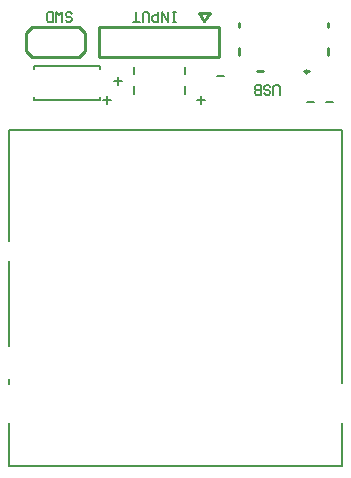
<source format=gto>
G04 Layer_Color=65535*
%FSLAX44Y44*%
%MOMM*%
G71*
G01*
G75*
%ADD25C,0.1800*%
%ADD44C,0.2000*%
%ADD45C,0.1500*%
%ADD46C,0.2540*%
D25*
X239999Y315002D02*
Y321666D01*
X238666Y322999D01*
X236001D01*
X234668Y321666D01*
Y315002D01*
X226670Y316335D02*
X228003Y315002D01*
X230669D01*
X232002Y316335D01*
Y317668D01*
X230669Y319001D01*
X228003D01*
X226670Y320334D01*
Y321666D01*
X228003Y322999D01*
X230669D01*
X232002Y321666D01*
X224004Y315002D02*
Y322999D01*
X220006D01*
X218673Y321666D01*
Y320334D01*
X220006Y319001D01*
X224004D01*
X220006D01*
X218673Y317668D01*
Y316335D01*
X220006Y315002D01*
X224004D01*
X58668Y378335D02*
X60001Y377003D01*
X62667D01*
X64000Y378335D01*
Y379668D01*
X62667Y381001D01*
X60001D01*
X58668Y382334D01*
Y383667D01*
X60001Y385000D01*
X62667D01*
X64000Y383667D01*
X56003Y377003D02*
Y385000D01*
X53337Y382334D01*
X50671Y385000D01*
Y377003D01*
X48005D02*
Y385000D01*
X44006D01*
X42674Y383667D01*
Y378335D01*
X44006Y377003D01*
X48005D01*
X152000D02*
X149334D01*
X150667D01*
Y385000D01*
X152000D01*
X149334D01*
X145336D02*
Y377003D01*
X140004Y385000D01*
Y377003D01*
X137338Y385000D02*
Y377003D01*
X133339D01*
X132006Y378335D01*
Y381001D01*
X133339Y382334D01*
X137338D01*
X129341Y377003D02*
Y383667D01*
X128008Y385000D01*
X125342D01*
X124009Y383667D01*
Y377003D01*
X121343D02*
X116012D01*
X118677D01*
Y385000D01*
X173678Y314356D02*
Y307500D01*
X170250Y310928D02*
X177106D01*
X103322Y323644D02*
Y330500D01*
X106750Y327072D02*
X99894D01*
X93428Y314356D02*
Y307500D01*
X90000Y310928D02*
X96856D01*
D44*
X264354Y334500D02*
G03*
X264354Y334500I-1677J0D01*
G01*
X160000Y333000D02*
Y339000D01*
X279000Y309000D02*
X285000D01*
X263000Y309000D02*
X269000D01*
X186500Y331250D02*
X192500D01*
X160000Y315500D02*
Y322500D01*
X117000Y315500D02*
Y322500D01*
X32000Y310500D02*
Y313250D01*
Y336750D02*
Y339500D01*
X88000Y310500D02*
Y313250D01*
Y336750D02*
Y339500D01*
X32000Y310500D02*
X88000D01*
X32000Y339500D02*
X88000D01*
X117000Y333000D02*
Y339000D01*
D45*
X11000Y1000D02*
X292500D01*
X11000Y70000D02*
Y74500D01*
Y102500D02*
Y174500D01*
Y191500D02*
Y285000D01*
X292500D01*
Y71000D02*
Y285000D01*
Y1000D02*
Y37250D01*
X11000Y1000D02*
Y37250D01*
D46*
X30000Y372703D02*
X70000D01*
X75000Y367703D01*
Y352297D02*
Y367703D01*
X70006Y347303D02*
X75000Y352297D01*
X29995Y347303D02*
X70006D01*
X25000Y352297D02*
X29995Y347303D01*
X25000Y352297D02*
Y367703D01*
X30000Y372703D01*
X221000Y335000D02*
X225500D01*
X260500D02*
X265000D01*
X205500Y372801D02*
Y376250D01*
X280500Y372801D02*
Y376250D01*
X205500Y349000D02*
Y355000D01*
X280500Y349000D02*
Y355000D01*
X87302Y347303D02*
X188902D01*
Y372703D01*
X87302D02*
X188902D01*
X87302Y347303D02*
Y372703D01*
X171300Y384450D02*
X181300D01*
X176300Y377200D02*
X181300Y384450D01*
X171300D02*
X176300Y377200D01*
M02*

</source>
